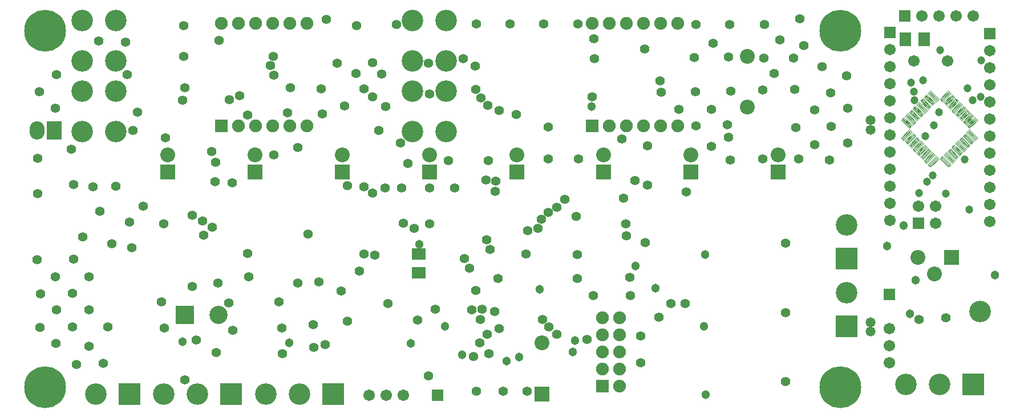
<source format=gts>
%FSLAX43Y43*%
%MOMM*%
G71*
G01*
G75*
%ADD10C,0.300*%
%ADD11R,1.600X1.800*%
%ADD12C,0.125*%
%ADD13R,1.800X1.600*%
%ADD14C,0.400*%
%ADD15C,1.000*%
%ADD16C,0.500*%
%ADD17C,0.600*%
%ADD18C,0.254*%
%ADD19C,1.500*%
%ADD20C,1.700*%
%ADD21R,1.500X1.500*%
%ADD22C,2.000*%
%ADD23R,2.000X2.000*%
%ADD24R,2.500X2.500*%
%ADD25C,2.500*%
%ADD26C,3.000*%
%ADD27R,1.700X1.700*%
%ADD28O,2.000X2.500*%
%ADD29R,2.000X2.500*%
%ADD30R,3.000X3.000*%
%ADD31C,6.000*%
%ADD32C,1.000*%
%ADD33C,1.100*%
%ADD34C,1.200*%
%ADD35C,1.270*%
%ADD36R,2.000X1.600*%
%ADD37R,0.300X1.600*%
%ADD38R,1.450X0.550*%
%ADD39R,0.850X1.300*%
%ADD40R,2.200X2.700*%
%ADD41C,0.075*%
%ADD42R,1.300X0.850*%
%ADD43R,3.000X4.000*%
%ADD44R,0.600X2.200*%
%ADD45R,3.000X1.500*%
%ADD46R,9.300X12.200*%
%ADD47R,2.000X1.500*%
%ADD48R,6.000X2.000*%
%ADD49R,1.803X2.003*%
%ADD50R,2.003X1.803*%
%ADD51C,1.703*%
%ADD52C,1.903*%
%ADD53R,1.703X1.703*%
%ADD54C,2.203*%
%ADD55R,2.203X2.203*%
%ADD56R,2.703X2.703*%
%ADD57C,2.703*%
%ADD58C,3.203*%
%ADD59R,1.903X1.903*%
%ADD60O,2.203X2.703*%
%ADD61R,2.203X2.703*%
%ADD62R,3.203X3.203*%
%ADD63C,6.203*%
%ADD64C,1.203*%
%ADD65C,1.303*%
%ADD66C,1.403*%
%ADD67C,1.473*%
D12*
X134474Y47169D02*
X134882Y47577D01*
X136104Y46355D01*
X135696Y45947D01*
X134474Y47169D01*
X134621D02*
X134882Y47430D01*
X135957Y46355D01*
X135696Y46094D01*
X134621Y47169D01*
X134768D02*
X134882Y47283D01*
X135810Y46355D01*
X135696Y46241D01*
X134768Y47169D01*
X134890Y47143D02*
X135688Y46381D01*
X133908Y46603D02*
X134317Y47012D01*
X135539Y45790D01*
X135130Y45381D01*
X133908Y46603D01*
X134055D02*
X134317Y46865D01*
X135391Y45790D01*
X135130Y45528D01*
X134055Y46603D01*
X134203D02*
X134317Y46717D01*
X135244Y45790D01*
X135130Y45676D01*
X134203Y46603D01*
X134324Y46577D02*
X135122Y45815D01*
X132776Y45472D02*
X133185Y45880D01*
X134407Y44658D01*
X133998Y44250D01*
X132776Y45472D01*
X132924D02*
X133185Y45733D01*
X134260Y44658D01*
X133998Y44397D01*
X132924Y45472D01*
X133071D02*
X133185Y45586D01*
X134113Y44658D01*
X133998Y44544D01*
X133071Y45472D01*
X133193Y45446D02*
X133991Y44684D01*
X132211Y44906D02*
X132620Y45315D01*
X133842Y44093D01*
X133433Y43684D01*
X132211Y44906D01*
X132358D02*
X132620Y45167D01*
X133694Y44093D01*
X133433Y43831D01*
X132358Y44906D01*
X132505D02*
X132620Y45020D01*
X133547Y44093D01*
X133433Y43979D01*
X132505Y44906D01*
X132627Y44880D02*
X133425Y44118D01*
X131645Y44340D02*
X132054Y44749D01*
X133276Y43527D01*
X132867Y43118D01*
X131645Y44340D01*
X131792D02*
X132054Y44602D01*
X133129Y43527D01*
X132867Y43266D01*
X131792Y44340D01*
X131940D02*
X132054Y44454D01*
X132981Y43527D01*
X132867Y43413D01*
X131940Y44340D01*
X132062Y44315D02*
X132860Y43553D01*
X131079Y43775D02*
X131488Y44183D01*
X132710Y42961D01*
X132301Y42553D01*
X131079Y43775D01*
X131227D02*
X131488Y44036D01*
X132563Y42961D01*
X132301Y42700D01*
X131227Y43775D01*
X131374D02*
X131488Y43889D01*
X132416Y42961D01*
X132301Y42847D01*
X131374Y43775D01*
X131496Y43749D02*
X132294Y42987D01*
X130514Y43209D02*
X130923Y43618D01*
X132145Y42396D01*
X131736Y41987D01*
X130514Y43209D01*
X130661D02*
X130923Y43470D01*
X131997Y42396D01*
X131736Y42134D01*
X130661Y43209D01*
X130808D02*
X130923Y43323D01*
X131850Y42396D01*
X131736Y42281D01*
X130808Y43209D01*
X130930Y43183D02*
X131728Y42421D01*
X130923Y40184D02*
X130514Y40593D01*
X131736Y41815D01*
X132145Y41406D01*
X130923Y40184D01*
Y40331D02*
X130661Y40593D01*
X131736Y41667D01*
X131997Y41406D01*
X130923Y40331D01*
Y40478D02*
X130808Y40593D01*
X131736Y41520D01*
X131850Y41406D01*
X130923Y40478D01*
X130948Y40600D02*
X131710Y41398D01*
X131488Y39618D02*
X131079Y40027D01*
X132301Y41249D01*
X132710Y40840D01*
X131488Y39618D01*
Y39765D02*
X131227Y40027D01*
X132301Y41102D01*
X132563Y40840D01*
X131488Y39765D01*
Y39913D02*
X131374Y40027D01*
X132301Y40954D01*
X132416Y40840D01*
X131488Y39913D01*
X131514Y40034D02*
X132276Y40832D01*
X132054Y39052D02*
X131645Y39461D01*
X132867Y40683D01*
X133276Y40274D01*
X132054Y39052D01*
Y39200D02*
X131792Y39461D01*
X132867Y40536D01*
X133129Y40274D01*
X132054Y39200D01*
Y39347D02*
X131940Y39461D01*
X132867Y40389D01*
X132981Y40274D01*
X132054Y39347D01*
X132079Y39469D02*
X132842Y40267D01*
X132620Y38487D02*
X132211Y38896D01*
X133433Y40118D01*
X133842Y39709D01*
X132620Y38487D01*
Y38634D02*
X132358Y38896D01*
X133433Y39970D01*
X133694Y39709D01*
X132620Y38634D01*
Y38781D02*
X132505Y38896D01*
X133433Y39823D01*
X133547Y39709D01*
X132620Y38781D01*
X132645Y38903D02*
X133407Y39701D01*
X133185Y37921D02*
X132776Y38330D01*
X133998Y39552D01*
X134407Y39143D01*
X133185Y37921D01*
Y38068D02*
X132924Y38330D01*
X133998Y39405D01*
X134260Y39143D01*
X133185Y38068D01*
Y38216D02*
X133071Y38330D01*
X133998Y39257D01*
X134113Y39143D01*
X133185Y38216D01*
X133211Y38337D02*
X133973Y39135D01*
X133751Y37355D02*
X133342Y37764D01*
X134564Y38986D01*
X134973Y38577D01*
X133751Y37355D01*
Y37503D02*
X133489Y37764D01*
X134564Y38839D01*
X134826Y38577D01*
X133751Y37503D01*
Y37650D02*
X133637Y37764D01*
X134564Y38692D01*
X134678Y38577D01*
X133751Y37650D01*
X133777Y37772D02*
X134539Y38570D01*
X134317Y36790D02*
X133908Y37198D01*
X135130Y38420D01*
X135539Y38012D01*
X134317Y36790D01*
Y36937D02*
X134055Y37198D01*
X135130Y38273D01*
X135391Y38012D01*
X134317Y36937D01*
Y37084D02*
X134202Y37198D01*
X135130Y38126D01*
X135244Y38012D01*
X134317Y37084D01*
X134342Y37206D02*
X135104Y38004D01*
X134882Y36224D02*
X134474Y36633D01*
X135696Y37855D01*
X136104Y37446D01*
X134882Y36224D01*
Y36371D02*
X134621Y36633D01*
X135696Y37707D01*
X135957Y37446D01*
X134882Y36371D01*
Y36518D02*
X134768Y36633D01*
X135696Y37560D01*
X135810Y37446D01*
X134882Y36518D01*
X134908Y36640D02*
X135670Y37438D01*
X140236Y41406D02*
X140645Y41815D01*
X141867Y40593D01*
X141458Y40184D01*
X140236Y41406D01*
X140384D02*
X140645Y41667D01*
X141720Y40593D01*
X141458Y40331D01*
X140384Y41406D01*
X140531D02*
X140645Y41520D01*
X141573Y40593D01*
X141458Y40478D01*
X140531Y41406D01*
X140653Y41380D02*
X141451Y40618D01*
X139671Y40840D02*
X140080Y41249D01*
X141302Y40027D01*
X140893Y39618D01*
X139671Y40840D01*
X139818D02*
X140080Y41102D01*
X141154Y40027D01*
X140893Y39765D01*
X139818Y40840D01*
X139965D02*
X140080Y40954D01*
X141007Y40027D01*
X140893Y39913D01*
X139965Y40840D01*
X140087Y40815D02*
X140885Y40052D01*
X139105Y40274D02*
X139514Y40683D01*
X140736Y39461D01*
X140327Y39052D01*
X139105Y40274D01*
X139252D02*
X139514Y40536D01*
X140589Y39461D01*
X140327Y39200D01*
X139252Y40274D01*
X139400D02*
X139514Y40389D01*
X140441Y39461D01*
X140327Y39347D01*
X139400Y40274D01*
X139521Y40249D02*
X140320Y39487D01*
X137408Y38577D02*
X137817Y38986D01*
X139039Y37764D01*
X138630Y37355D01*
X137408Y38577D01*
X137555D02*
X137817Y38839D01*
X138892Y37764D01*
X138630Y37503D01*
X137555Y38577D01*
X137703D02*
X137817Y38692D01*
X138744Y37764D01*
X138630Y37650D01*
X137703Y38577D01*
X137824Y38552D02*
X138622Y37790D01*
X136277Y37446D02*
X136686Y37855D01*
X137908Y36633D01*
X137499Y36224D01*
X136277Y37446D01*
X136424D02*
X136686Y37707D01*
X137760Y36633D01*
X137499Y36371D01*
X136424Y37446D01*
X136571D02*
X136686Y37560D01*
X137613Y36633D01*
X137499Y36519D01*
X136571Y37446D01*
X136693Y37420D02*
X137491Y36658D01*
X136686Y45947D02*
X136277Y46355D01*
X137499Y47577D01*
X137908Y47169D01*
X136686Y45947D01*
Y46094D02*
X136424Y46355D01*
X137499Y47430D01*
X137760Y47169D01*
X136686Y46094D01*
Y46241D02*
X136571Y46355D01*
X137499Y47283D01*
X137613Y47169D01*
X136686Y46241D01*
X136711Y46363D02*
X137473Y47161D01*
X137251Y45381D02*
X136842Y45790D01*
X138064Y47012D01*
X138473Y46603D01*
X137251Y45381D01*
Y45528D02*
X136990Y45790D01*
X138064Y46865D01*
X138326Y46603D01*
X137251Y45528D01*
Y45676D02*
X137137Y45790D01*
X138064Y46717D01*
X138179Y46603D01*
X137251Y45676D01*
X137277Y45797D02*
X138039Y46595D01*
X137817Y44815D02*
X137408Y45224D01*
X138630Y46446D01*
X139039Y46037D01*
X137817Y44815D01*
Y44963D02*
X137555Y45224D01*
X138630Y46299D01*
X138892Y46037D01*
X137817Y44963D01*
Y45110D02*
X137703Y45224D01*
X138630Y46152D01*
X138744Y46037D01*
X137817Y45110D01*
X137842Y45232D02*
X138605Y46030D01*
X138383Y44250D02*
X137974Y44658D01*
X139196Y45880D01*
X139605Y45472D01*
X138383Y44250D01*
Y44397D02*
X138121Y44658D01*
X139196Y45733D01*
X139457Y45472D01*
X138383Y44397D01*
Y44544D02*
X138268Y44658D01*
X139196Y45586D01*
X139310Y45472D01*
X138383Y44544D01*
X138408Y44666D02*
X139170Y45464D01*
X140080Y42553D02*
X139671Y42961D01*
X140893Y44183D01*
X141302Y43775D01*
X140080Y42553D01*
Y42700D02*
X139818Y42961D01*
X140893Y44036D01*
X141154Y43775D01*
X140080Y42700D01*
Y42847D02*
X139965Y42961D01*
X140893Y43889D01*
X141007Y43775D01*
X140080Y42847D01*
X140105Y42969D02*
X140867Y43767D01*
X140645Y41987D02*
X140236Y42396D01*
X141458Y43618D01*
X141867Y43209D01*
X140645Y41987D01*
Y42134D02*
X140384Y42396D01*
X141458Y43470D01*
X141720Y43209D01*
X140645Y42134D01*
Y42281D02*
X140531Y42396D01*
X141458Y43323D01*
X141573Y43209D01*
X140645Y42281D01*
X140671Y42403D02*
X141433Y43201D01*
X133342Y46037D02*
X133751Y46446D01*
X134973Y45224D01*
X134564Y44815D01*
X133342Y46037D01*
X133489D02*
X133751Y46299D01*
X134826Y45224D01*
X134564Y44963D01*
X133489Y46037D01*
X133637D02*
X133751Y46152D01*
X134678Y45224D01*
X134564Y45110D01*
X133637Y46037D01*
X133759Y46012D02*
X134557Y45250D01*
X137974Y39143D02*
X138383Y39552D01*
X139605Y38330D01*
X139196Y37921D01*
X137974Y39143D01*
X138121D02*
X138383Y39405D01*
X139457Y38330D01*
X139196Y38068D01*
X138121Y39143D01*
X138268D02*
X138383Y39257D01*
X139310Y38330D01*
X139196Y38216D01*
X138268Y39143D01*
X138390Y39117D02*
X139188Y38355D01*
X139514Y43118D02*
X139105Y43527D01*
X140327Y44749D01*
X140736Y44340D01*
X139514Y43118D01*
Y43265D02*
X139252Y43527D01*
X140327Y44602D01*
X140589Y44340D01*
X139514Y43265D01*
Y43413D02*
X139400Y43527D01*
X140327Y44454D01*
X140441Y44340D01*
X139514Y43413D01*
X139539Y43535D02*
X140302Y44333D01*
X138948Y43684D02*
X138539Y44093D01*
X139761Y45315D01*
X140170Y44906D01*
X138948Y43684D01*
Y43831D02*
X138687Y44093D01*
X139761Y45167D01*
X140023Y44906D01*
X138948Y43831D01*
Y43978D02*
X138834Y44093D01*
X139761Y45020D01*
X139876Y44906D01*
X138948Y43978D01*
X138974Y44100D02*
X139736Y44898D01*
X136842Y38012D02*
X137251Y38420D01*
X138473Y37198D01*
X138064Y36790D01*
X136842Y38012D01*
X136990D02*
X137251Y38273D01*
X138326Y37198D01*
X138064Y36937D01*
X136990Y38012D01*
X137137D02*
X137251Y38126D01*
X138179Y37198D01*
X138064Y37084D01*
X137137Y38012D01*
X137259Y37986D02*
X138057Y37224D01*
X138539Y39709D02*
X138948Y40118D01*
X140170Y38896D01*
X139761Y38487D01*
X138539Y39709D01*
X138687D02*
X138948Y39970D01*
X140023Y38896D01*
X139761Y38634D01*
X138687Y39709D01*
X138834D02*
X138948Y39823D01*
X139876Y38896D01*
X139761Y38781D01*
X138834Y39709D01*
X138956Y39683D02*
X139754Y38921D01*
D49*
X133912Y55207D02*
D03*
X131112Y55207D02*
D03*
D50*
X58907Y20487D02*
D03*
X58907Y23287D02*
D03*
D51*
X51548Y2291D02*
D03*
X128900Y35880D02*
D03*
X141260Y58700D02*
D03*
X138720D02*
D03*
X136180D02*
D03*
X133640D02*
D03*
X132408Y52000D02*
D03*
X137408Y52000D02*
D03*
X128809Y12228D02*
D03*
Y9688D02*
D03*
Y7148D02*
D03*
X56628Y2291D02*
D03*
X54088D02*
D03*
X128900Y28260D02*
D03*
Y30800D02*
D03*
Y33340D02*
D03*
Y38420D02*
D03*
Y40960D02*
D03*
Y43500D02*
D03*
Y46040D02*
D03*
Y48580D02*
D03*
Y51120D02*
D03*
Y53660D02*
D03*
X143700Y28160D02*
D03*
Y30700D02*
D03*
Y33240D02*
D03*
Y35780D02*
D03*
Y38320D02*
D03*
Y40860D02*
D03*
Y43400D02*
D03*
Y45940D02*
D03*
Y48480D02*
D03*
Y51020D02*
D03*
Y53560D02*
D03*
X135640Y30440D02*
D03*
Y27900D02*
D03*
X133100Y30440D02*
D03*
D52*
X86200Y8780D02*
D03*
X32190Y42380D02*
D03*
X34730D02*
D03*
X37270D02*
D03*
X39810D02*
D03*
X42350D02*
D03*
X29650Y57620D02*
D03*
X32190D02*
D03*
X34730D02*
D03*
X37270D02*
D03*
X39810D02*
D03*
X42350D02*
D03*
X87190Y42380D02*
D03*
X89730D02*
D03*
X92270D02*
D03*
X94810D02*
D03*
X97350D02*
D03*
X84650Y57620D02*
D03*
X87190D02*
D03*
X89730D02*
D03*
X92270D02*
D03*
X94810D02*
D03*
X97350D02*
D03*
X88740Y3700D02*
D03*
X86200Y6240D02*
D03*
X88740D02*
D03*
Y8780D02*
D03*
X86200Y11320D02*
D03*
X88740D02*
D03*
X86200Y13860D02*
D03*
X88740D02*
D03*
D53*
X128900Y56200D02*
D03*
X131100Y58700D02*
D03*
X128809Y17308D02*
D03*
X61708Y2291D02*
D03*
X143700Y56100D02*
D03*
X133100Y27900D02*
D03*
D54*
X133000Y22800D02*
D03*
X135500Y20300D02*
D03*
X77200Y10110D02*
D03*
X107700Y45150D02*
D03*
Y52650D02*
D03*
X112283Y38011D02*
D03*
X99340D02*
D03*
X86398D02*
D03*
X73455D02*
D03*
X60512D02*
D03*
X47569D02*
D03*
X34626D02*
D03*
X21683D02*
D03*
D55*
X138000Y22800D02*
D03*
X77200Y2475D02*
D03*
X112283Y35511D02*
D03*
X99340Y35511D02*
D03*
X86398Y35511D02*
D03*
X73455Y35511D02*
D03*
X60512Y35511D02*
D03*
X47569D02*
D03*
X34626Y35511D02*
D03*
X21683Y35511D02*
D03*
D56*
X24199Y14207D02*
D03*
D57*
X29199D02*
D03*
D58*
X8999Y41509D02*
D03*
X13999D02*
D03*
X8999Y47509D02*
D03*
X13999Y47509D02*
D03*
X62999Y47509D02*
D03*
X57999D02*
D03*
X62999Y41509D02*
D03*
X57999D02*
D03*
Y52009D02*
D03*
X62999D02*
D03*
X57999Y58009D02*
D03*
X62999D02*
D03*
X8999D02*
D03*
X13999Y52009D02*
D03*
X8999Y52009D02*
D03*
X13999Y58009D02*
D03*
X11006Y2508D02*
D03*
X122408Y17512D02*
D03*
Y27606D02*
D03*
X26101Y2499D02*
D03*
X36201D02*
D03*
X41201D02*
D03*
X131225Y3899D02*
D03*
X136225D02*
D03*
X21101Y2499D02*
D03*
X142250Y14725D02*
D03*
D59*
X84650Y42380D02*
D03*
X29650D02*
D03*
X86200Y3700D02*
D03*
D60*
X2289Y41692D02*
D03*
D61*
X4789D02*
D03*
D62*
X16006Y2508D02*
D03*
X122408Y12512D02*
D03*
Y22606D02*
D03*
X31101Y2499D02*
D03*
X46201D02*
D03*
X141225Y3899D02*
D03*
D63*
X3500Y56500D02*
D03*
X121500D02*
D03*
Y3500D02*
D03*
X3500D02*
D03*
D64*
X140375Y47950D02*
D03*
X134125Y40800D02*
D03*
X142375Y52100D02*
D03*
X136300Y53650D02*
D03*
X133775Y49125D02*
D03*
X135404Y42400D02*
D03*
X141150Y46125D02*
D03*
X137150Y32300D02*
D03*
X132482Y46175D02*
D03*
X136125Y44400D02*
D03*
X142325Y46675D02*
D03*
X139925Y37325D02*
D03*
X135250Y35000D02*
D03*
X134375Y34050D02*
D03*
X133175Y32400D02*
D03*
X140600Y29925D02*
D03*
X132025Y48825D02*
D03*
X132400Y47450D02*
D03*
D65*
X94025Y18200D02*
D03*
X101550Y2400D02*
D03*
X101300Y12525D02*
D03*
X144475Y20200D02*
D03*
X130850Y27525D02*
D03*
X131857Y14434D02*
D03*
X132700Y19400D02*
D03*
X128475Y24475D02*
D03*
X39675Y10100D02*
D03*
X23900Y10275D02*
D03*
X101400Y23225D02*
D03*
X76900Y18025D02*
D03*
X91100Y21525D02*
D03*
X84600Y45225D02*
D03*
X71925Y7400D02*
D03*
X73850Y8000D02*
D03*
X81825Y8725D02*
D03*
X82100Y10450D02*
D03*
X59025Y24725D02*
D03*
X62825Y12525D02*
D03*
X57775Y10000D02*
D03*
X65375Y8300D02*
D03*
D66*
X113400Y4325D02*
D03*
Y14575D02*
D03*
Y24900D02*
D03*
X104925Y40650D02*
D03*
X89100Y40425D02*
D03*
X89675Y27825D02*
D03*
X89725Y26000D02*
D03*
X82450Y23200D02*
D03*
X76600Y27100D02*
D03*
X24250Y4575D02*
D03*
X13400Y24850D02*
D03*
X17200Y44425D02*
D03*
X43325Y9450D02*
D03*
X48375Y13350D02*
D03*
X45075Y9825D02*
D03*
X74875Y23275D02*
D03*
X58275Y27150D02*
D03*
X75125Y26800D02*
D03*
X56625Y27900D02*
D03*
X60525Y27750D02*
D03*
X69550Y24000D02*
D03*
X69025Y25450D02*
D03*
X66425Y21200D02*
D03*
X70200Y14775D02*
D03*
X60325Y5175D02*
D03*
X58750Y13450D02*
D03*
X66775Y15025D02*
D03*
X68075Y13600D02*
D03*
X77325Y13550D02*
D03*
X77100Y28475D02*
D03*
X28250Y27250D02*
D03*
X70900Y12225D02*
D03*
X78250Y12425D02*
D03*
X78175Y29475D02*
D03*
X26850Y28225D02*
D03*
X69100Y11350D02*
D03*
X79400D02*
D03*
X79425Y30275D02*
D03*
X25325Y29100D02*
D03*
X67950Y10100D02*
D03*
X80600Y31425D02*
D03*
X18025Y30450D02*
D03*
X70850Y44675D02*
D03*
X92850Y33525D02*
D03*
X70275Y32600D02*
D03*
X91025Y34200D02*
D03*
X69175Y45375D02*
D03*
X68175Y46475D02*
D03*
X84625Y46650D02*
D03*
X94900Y47325D02*
D03*
X67350Y47750D02*
D03*
X67325Y51200D02*
D03*
X99825Y52525D02*
D03*
X84975Y52325D02*
D03*
X65525Y52300D02*
D03*
X39425Y44275D02*
D03*
X111650Y50175D02*
D03*
X53400Y50075D02*
D03*
X52975Y41675D02*
D03*
X44650Y44150D02*
D03*
X46850Y51650D02*
D03*
X36950Y51325D02*
D03*
X56225Y39825D02*
D03*
X55600Y57450D02*
D03*
X73425Y44075D02*
D03*
X30850Y46250D02*
D03*
X47950Y45300D02*
D03*
X53975Y45250D02*
D03*
X53925Y33100D02*
D03*
X49707Y57232D02*
D03*
X52025Y32375D02*
D03*
X10550Y33325D02*
D03*
X50775Y33275D02*
D03*
X13925Y33375D02*
D03*
X48375Y33500D02*
D03*
X31225Y33900D02*
D03*
X28200Y38575D02*
D03*
X52025Y46650D02*
D03*
X32307Y46807D02*
D03*
X50800Y47850D02*
D03*
X44425Y47825D02*
D03*
X41000Y39175D02*
D03*
X49650Y50175D02*
D03*
X37425Y49875D02*
D03*
X37450Y38075D02*
D03*
X94775Y49075D02*
D03*
X39900Y48000D02*
D03*
X24175D02*
D03*
X92425Y53775D02*
D03*
X37350Y52700D02*
D03*
X24050Y52650D02*
D03*
X24074Y57276D02*
D03*
X96325Y15900D02*
D03*
X84850Y17100D02*
D03*
X68360Y15115D02*
D03*
X90350Y17100D02*
D03*
X16325Y24200D02*
D03*
X9025Y25875D02*
D03*
X50825Y23300D02*
D03*
X43275Y12800D02*
D03*
X61375Y15075D02*
D03*
X30700Y16050D02*
D03*
X27000Y26075D02*
D03*
X42475Y26225D02*
D03*
X70350Y34150D02*
D03*
X69225Y37200D02*
D03*
X68950Y34300D02*
D03*
X56425Y33100D02*
D03*
X60550D02*
D03*
X64300Y33125D02*
D03*
X82325Y28875D02*
D03*
X89350Y31600D02*
D03*
X92525Y24975D02*
D03*
X98625Y32500D02*
D03*
X98500Y15975D02*
D03*
X94550Y13900D02*
D03*
X91900Y11125D02*
D03*
X91875Y7100D02*
D03*
X83925Y10600D02*
D03*
X90225Y19800D02*
D03*
X82500Y19700D02*
D03*
X70675D02*
D03*
X67400Y17925D02*
D03*
X65700Y22650D02*
D03*
X67025Y8100D02*
D03*
X69350Y8500D02*
D03*
X50100Y20750D02*
D03*
X47400Y17800D02*
D03*
X52375Y23100D02*
D03*
X40950Y19000D02*
D03*
X44100Y19125D02*
D03*
X38175Y16200D02*
D03*
X33700Y19950D02*
D03*
X33500Y23425D02*
D03*
X29100Y18950D02*
D03*
X28900Y8650D02*
D03*
X31300Y11925D02*
D03*
X38575Y12300D02*
D03*
X38700Y8475D02*
D03*
X5150Y50000D02*
D03*
X2600Y47450D02*
D03*
X5025Y45000D02*
D03*
X2400Y37550D02*
D03*
Y32275D02*
D03*
X7350Y38900D02*
D03*
X7725Y33600D02*
D03*
X11600Y29625D02*
D03*
X16000Y28050D02*
D03*
X21075Y27800D02*
D03*
X28700Y34025D02*
D03*
X28800Y36925D02*
D03*
X23900Y46125D02*
D03*
X29300Y55050D02*
D03*
X45200Y58150D02*
D03*
X52100Y51725D02*
D03*
X67500Y57500D02*
D03*
X72500D02*
D03*
X77500Y57500D02*
D03*
X84900Y55325D02*
D03*
X60400Y51675D02*
D03*
X60500Y47075D02*
D03*
X11450Y55000D02*
D03*
X16475Y41700D02*
D03*
X15625Y50000D02*
D03*
X15425Y54800D02*
D03*
X5000Y19925D02*
D03*
X9950Y19900D02*
D03*
X7500Y17475D02*
D03*
X5150Y15000D02*
D03*
X10000Y15025D02*
D03*
X7550Y12500D02*
D03*
X2750Y17400D02*
D03*
X2700Y12375D02*
D03*
X5100Y10000D02*
D03*
X9950Y9600D02*
D03*
X12775Y12500D02*
D03*
X7675Y22500D02*
D03*
X2300Y22450D02*
D03*
X8125Y6900D02*
D03*
X12100Y7025D02*
D03*
X21150Y12300D02*
D03*
X20700Y16150D02*
D03*
X25350Y18500D02*
D03*
X25900Y10550D02*
D03*
X33550Y44000D02*
D03*
X122400Y49825D02*
D03*
X118800Y51150D02*
D03*
X115500Y58275D02*
D03*
X112550Y55100D02*
D03*
X114550Y52400D02*
D03*
X114750Y47800D02*
D03*
X114875Y42100D02*
D03*
X115300Y37425D02*
D03*
X117700Y39575D02*
D03*
X117650Y44700D02*
D03*
X120025Y47300D02*
D03*
X120175Y42300D02*
D03*
X119900Y37250D02*
D03*
X122600Y39825D02*
D03*
X122625Y45000D02*
D03*
X105125Y37300D02*
D03*
X110000Y37425D02*
D03*
X102400Y39325D02*
D03*
X92900Y39400D02*
D03*
X82650Y37400D02*
D03*
X109975Y47700D02*
D03*
X105250Y47500D02*
D03*
X100000Y47450D02*
D03*
X97575Y44800D02*
D03*
X102400D02*
D03*
X100100Y42350D02*
D03*
X104750Y42500D02*
D03*
X110150Y52400D02*
D03*
X104925Y52600D02*
D03*
X102600Y54625D02*
D03*
X100075Y57400D02*
D03*
X105100Y57450D02*
D03*
X110275Y57400D02*
D03*
X137149Y13825D02*
D03*
X133149Y13525D02*
D03*
X63325Y37200D02*
D03*
X57300Y36750D02*
D03*
X82525Y57500D02*
D03*
X21350Y40600D02*
D03*
X116100Y54300D02*
D03*
X78175Y42200D02*
D03*
Y37400D02*
D03*
X75025Y2900D02*
D03*
X71450D02*
D03*
X67500Y2900D02*
D03*
X54361Y15900D02*
D03*
D67*
X126000Y11800D02*
D03*
Y13175D02*
D03*
Y41750D02*
D03*
Y43200D02*
D03*
M02*

</source>
